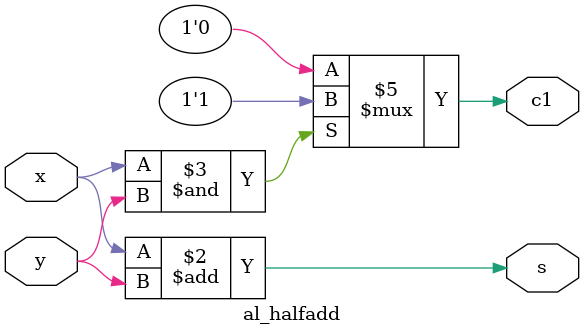
<source format=v>

module al_halfadd(c1,s,x,y);
input x,y;
output c1,s;
reg c1,s;

always@(x,y) begin


	s<=x+y;

	if(x&y) begin

	c1<=1;

	end

	else begin

	c1<=0;

	end

end


endmodule


</source>
